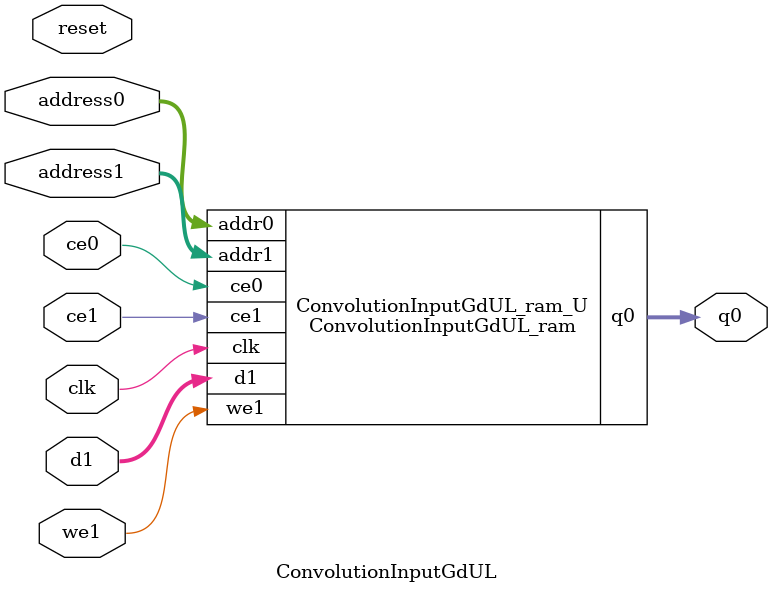
<source format=v>

`timescale 1 ns / 1 ps
module ConvolutionInputGdUL_ram (addr0, ce0, q0, addr1, ce1, d1, we1,  clk);

parameter DWIDTH = 16;
parameter AWIDTH = 7;
parameter MEM_SIZE = 96;

input[AWIDTH-1:0] addr0;
input ce0;
output reg[DWIDTH-1:0] q0;
input[AWIDTH-1:0] addr1;
input ce1;
input[DWIDTH-1:0] d1;
input we1;
input clk;

reg [DWIDTH-1:0] ram[0:MEM_SIZE-1];




always @(posedge clk)  
begin 
    if (ce0) 
    begin
            q0 <= ram[addr0];
    end
end


always @(posedge clk)  
begin 
    if (ce1) 
    begin
        if (we1) 
        begin 
            ram[addr1] <= d1; 
        end 
    end
end


endmodule


`timescale 1 ns / 1 ps
module ConvolutionInputGdUL(
    reset,
    clk,
    address0,
    ce0,
    q0,
    address1,
    ce1,
    we1,
    d1);

parameter DataWidth = 32'd16;
parameter AddressRange = 32'd96;
parameter AddressWidth = 32'd7;
input reset;
input clk;
input[AddressWidth - 1:0] address0;
input ce0;
output[DataWidth - 1:0] q0;
input[AddressWidth - 1:0] address1;
input ce1;
input we1;
input[DataWidth - 1:0] d1;



ConvolutionInputGdUL_ram ConvolutionInputGdUL_ram_U(
    .clk( clk ),
    .addr0( address0 ),
    .ce0( ce0 ),
    .q0( q0 ),
    .addr1( address1 ),
    .ce1( ce1 ),
    .we1( we1 ),
    .d1( d1 ));

endmodule


</source>
